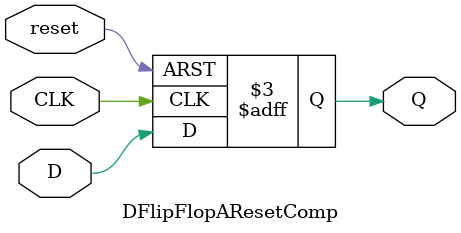
<source format=v>
module DFlipFlopAResetComp(D,CLK,Q,reset);
input D,CLK,reset;
output Q;
reg Q;
always@(negedge CLK, posedge reset)
	begin 
		if(reset == 1) Q = 0;
		else Q = D;
	end
endmodule

</source>
